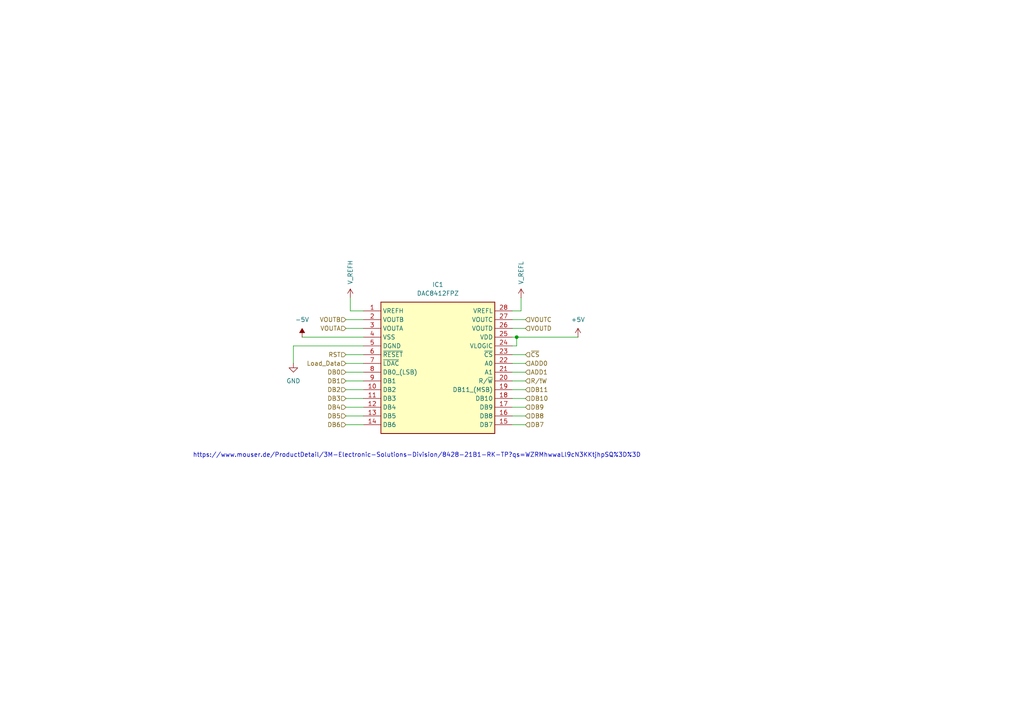
<source format=kicad_sch>
(kicad_sch (version 20231120) (generator "eeschema") (generator_version "8.0")
  (paper "A4")
  (lib_symbols
    (symbol "DAC:DAC8412FPZ"
      (property "Reference" "IC" (at 39.37 7.62 0))
      (property "Value" "DAC8412FPZ" (at 39.37 5.08 0))
      (symbol "DAC8412FPZ_1_1"
        (rectangle (start 5.08 2.54) (end 38.1 -35.56) (stroke (width 0.254)) (fill (type background)))
        (pin passive line (at 0 0 0) (length 5.08) (name "VREFH") (number "1"))
        (pin passive line (at 0 -22.86 0) (length 5.08) (name "DB2") (number "10"))
        (pin passive line (at 0 -25.4 0) (length 5.08) (name "DB3") (number "11"))
        (pin passive line (at 0 -27.94 0) (length 5.08) (name "DB4") (number "12"))
        (pin passive line (at 0 -30.48 0) (length 5.08) (name "DB5") (number "13"))
        (pin passive line (at 0 -33.02 0) (length 5.08) (name "DB6") (number "14"))
        (pin passive line (at 43.18 -33.02 180) (length 5.08) (name "DB7") (number "15"))
        (pin passive line (at 43.18 -30.48 180) (length 5.08) (name "DB8") (number "16"))
        (pin passive line (at 43.18 -27.94 180) (length 5.08) (name "DB9") (number "17"))
        (pin passive line (at 43.18 -25.4 180) (length 5.08) (name "DB10") (number "18"))
        (pin passive line (at 43.18 -22.86 180) (length 5.08) (name "DB11_(MSB)") (number "19"))
        (pin passive line (at 0 -2.54 0) (length 5.08) (name "VOUTB") (number "2"))
        (pin passive line (at 43.18 -20.32 180) (length 5.08) (name "R/~{W}") (number "20"))
        (pin passive line (at 43.18 -17.78 180) (length 5.08) (name "A1") (number "21"))
        (pin passive line (at 43.18 -15.24 180) (length 5.08) (name "A0") (number "22"))
        (pin passive line (at 43.18 -12.7 180) (length 5.08) (name "~{CS}") (number "23"))
        (pin passive line (at 43.18 -10.16 180) (length 5.08) (name "VLOGIC") (number "24"))
        (pin passive line (at 43.18 -7.62 180) (length 5.08) (name "VDD") (number "25"))
        (pin passive line (at 43.18 -5.08 180) (length 5.08) (name "VOUTD") (number "26"))
        (pin passive line (at 43.18 -2.54 180) (length 5.08) (name "VOUTC") (number "27"))
        (pin passive line (at 43.18 0 180) (length 5.08) (name "VREFL") (number "28"))
        (pin passive line (at 0 -5.08 0) (length 5.08) (name "VOUTA") (number "3"))
        (pin passive line (at 0 -7.62 0) (length 5.08) (name "VSS") (number "4"))
        (pin passive line (at 0 -10.16 0) (length 5.08) (name "DGND") (number "5"))
        (pin passive line (at 0 -12.7 0) (length 5.08) (name "~{RESET}") (number "6"))
        (pin passive line (at 0 -15.24 0) (length 5.08) (name "~{LDAC}") (number "7"))
        (pin passive line (at 0 -17.78 0) (length 5.08) (name "DB0_(LSB)") (number "8"))
        (pin passive line (at 0 -20.32 0) (length 5.08) (name "DB1") (number "9"))
      )
    )
    (symbol "power:+36V" (power) (pin_numbers hide) (pin_names (offset 0) hide)
      (property "Value" "+36V" (at 0 3.556 0))
      (symbol "+36V_0_1"
        (polyline (pts (xy -0.762 1.27) (xy 0 2.54)))
        (polyline (pts (xy 0 0) (xy 0 2.54)))
        (polyline (pts (xy 0 2.54) (xy 0.762 1.27)))
      )
      (symbol "+36V_1_1"
        (pin power_in line (at 0 0 90) (length 0) (name "~") (number "1"))
      )
    )
    (symbol "power:+5V" (power) (pin_numbers hide) (pin_names (offset 0) hide)
      (property "Value" "+5V" (at 0 3.556 0))
      (symbol "+5V_0_1"
        (polyline (pts (xy -0.762 1.27) (xy 0 2.54)))
        (polyline (pts (xy 0 0) (xy 0 2.54)))
        (polyline (pts (xy 0 2.54) (xy 0.762 1.27)))
      )
      (symbol "+5V_1_1"
        (pin power_in line (at 0 0 90) (length 0) (name "~") (number "1"))
      )
    )
    (symbol "power:-5V" (power) (pin_numbers hide) (pin_names (offset 0) hide)
      (property "Value" "-5V" (at 0 3.556 0))
      (symbol "-5V_0_0"
        (pin power_in line (at 0 0 90) (length 0) (name "~") (number "1"))
      )
      (symbol "-5V_0_1"
        (polyline (pts (xy 0 0) (xy 0 1.27) (xy 0.762 1.27) (xy 0 2.54) (xy -0.762 1.27) (xy 0 1.27)) (fill (type outline)))
      )
    )
    (symbol "power:GND" (power) (pin_numbers hide) (pin_names (offset 0) hide)
      (property "Value" "GND" (at 0 -3.81 0))
      (symbol "GND_0_1"
        (polyline (pts (xy 0 0) (xy 0 -1.27) (xy 1.27 -1.27) (xy 0 -2.54) (xy -1.27 -1.27) (xy 0 -1.27)))
      )
      (symbol "GND_1_1"
        (pin power_in line (at 0 0 270) (length 0) (name "~") (number "1"))
      )
    )
  )
  (junction (at 149.86 97.79))
  (wire (pts (xy 101.6 90.17) (xy 105.41 90.17)))
  (wire (pts (xy 152.4 113.03) (xy 148.59 113.03)))
  (wire (pts (xy 85.09 100.33) (xy 85.09 105.41)))
  (wire (pts (xy 148.59 95.25) (xy 152.4 95.25)))
  (wire (pts (xy 152.4 115.57) (xy 148.59 115.57)))
  (wire (pts (xy 149.86 97.79) (xy 149.86 100.33)))
  (wire (pts (xy 152.4 118.11) (xy 148.59 118.11)))
  (wire (pts (xy 148.59 92.71) (xy 152.4 92.71)))
  (wire (pts (xy 100.33 110.49) (xy 105.41 110.49)))
  (wire (pts (xy 105.41 100.33) (xy 85.09 100.33)))
  (wire (pts (xy 151.13 90.17) (xy 148.59 90.17)))
  (wire (pts (xy 105.41 97.79) (xy 87.63 97.79)))
  (wire (pts (xy 148.59 107.95) (xy 152.4 107.95)))
  (wire (pts (xy 100.33 107.95) (xy 105.41 107.95)))
  (wire (pts (xy 148.59 105.41) (xy 152.4 105.41)))
  (wire (pts (xy 148.59 97.79) (xy 149.86 97.79)))
  (wire (pts (xy 100.33 123.19) (xy 105.41 123.19)))
  (wire (pts (xy 151.13 86.36) (xy 151.13 90.17)))
  (wire (pts (xy 148.59 110.49) (xy 152.4 110.49)))
  (wire (pts (xy 100.33 115.57) (xy 105.41 115.57)))
  (wire (pts (xy 152.4 120.65) (xy 148.59 120.65)))
  (wire (pts (xy 148.59 102.87) (xy 152.4 102.87)))
  (wire (pts (xy 100.33 118.11) (xy 105.41 118.11)))
  (wire (pts (xy 101.6 86.36) (xy 101.6 90.17)))
  (wire (pts (xy 100.33 105.41) (xy 105.41 105.41)))
  (wire (pts (xy 100.33 95.25) (xy 105.41 95.25)))
  (wire (pts (xy 100.33 113.03) (xy 105.41 113.03)))
  (wire (pts (xy 149.86 100.33) (xy 148.59 100.33)))
  (wire (pts (xy 152.4 123.19) (xy 148.59 123.19)))
  (wire (pts (xy 100.33 120.65) (xy 105.41 120.65)))
  (wire (pts (xy 100.33 102.87) (xy 105.41 102.87)))
  (wire (pts (xy 100.33 92.71) (xy 105.41 92.71)))
  (wire (pts (xy 149.86 97.79) (xy 167.64 97.79)))
  (text "https://www.mouser.de/ProductDetail/3M-Electronic-Solutions-Division/8428-21B1-RK-TP?qs=WZRMhwwaLl9cN3KKtjhpSQ%3D%3D" (at 120.904 132.08 0) (effects (font (size 1.27 1.27))))
  (hierarchical_label "DB3" (shape input) (at 100.33 115.57 180))
  (hierarchical_label "DB5" (shape input) (at 100.33 120.65 180))
  (hierarchical_label "DB9" (shape input) (at 152.4 118.11 0))
  (hierarchical_label "DB8" (shape input) (at 152.4 120.65 0))
  (hierarchical_label "DB2" (shape input) (at 100.33 113.03 180))
  (hierarchical_label "DB6" (shape input) (at 100.33 123.19 180))
  (hierarchical_label "R{slash}!W" (shape input) (at 152.4 110.49 0))
  (hierarchical_label "DB7" (shape input) (at 152.4 123.19 0))
  (hierarchical_label "DB0" (shape input) (at 100.33 107.95 180))
  (hierarchical_label "DB10" (shape input) (at 152.4 115.57 0))
  (hierarchical_label "Load_Data" (shape input) (at 100.33 105.41 180))
  (hierarchical_label "VOUTB" (shape input) (at 100.33 92.71 180))
  (hierarchical_label "~{CS}" (shape input) (at 152.4 102.87 0))
  (hierarchical_label "ADD0" (shape input) (at 152.4 105.41 0))
  (hierarchical_label "DB4" (shape input) (at 100.33 118.11 180))
  (hierarchical_label "VOUTD" (shape input) (at 152.4 95.25 0))
  (hierarchical_label "DB1" (shape input) (at 100.33 110.49 180))
  (hierarchical_label "VOUTA" (shape input) (at 100.33 95.25 180))
  (hierarchical_label "VOUTC" (shape input) (at 152.4 92.71 0))
  (hierarchical_label "ADD1" (shape input) (at 152.4 107.95 0))
  (hierarchical_label "DB11" (shape input) (at 152.4 113.03 0))
  (hierarchical_label "RST" (shape input) (at 100.33 102.87 180))
  (symbol (lib_id "power:-5V") (at 87.63 97.79 0) (unit 1)
    (property "Reference" "#PWR028" (effects (hide yes)))
    (property "Value" "-5V" (at 87.63 92.71 0))
    (property "Description" "Power symbol creates a global label with name \"-5V\"" (effects (hide yes)))
  )
  (symbol (lib_id "power:+36V") (at 101.6 86.36 0) (mirror y) (unit 1)
    (property "Reference" "#PWR055" (effects (hide yes)))
    (property "Value" "V_REFH" (at 101.5999 82.55 90) (effects (justify left)))
    (property "Description" "Power symbol creates a global label with name \"+36V\"" (effects (hide yes)))
  )
  (symbol (lib_id "power:GND") (at 85.09 105.41 0) (unit 1)
    (property "Reference" "#PWR027" (effects (hide yes)))
    (property "Value" "GND" (at 85.09 110.49 0))
    (property "Description" "Power symbol creates a global label with name \"GND\" , ground" (effects (hide yes)))
  )
  (symbol (lib_id "power:+5V") (at 167.64 97.79 0) (unit 1)
    (property "Reference" "#PWR029" (effects (hide yes)))
    (property "Value" "+5V" (at 167.64 92.71 0))
    (property "Description" "Power symbol creates a global label with name \"+5V\"" (effects (hide yes)))
  )
  (symbol (lib_id "DAC:DAC8412FPZ") (at 105.41 90.17 0) (unit 1)
    (property "Reference" "IC1" (at 127 82.55 0))
    (property "Value" "DAC8412FPZ" (at 127 85.09 0))
    (property "Footprint" "DAC:842821B1RKTP" (effects (hide yes)))
    (property "Datasheet" "http://www.analog.com/media/en/technical-documentation/data-sheets/DAC8412_8413.pdf" (effects (hide yes)))
    (property "Description" "DAC8412FPZ, 12 bit-Bit DAC Quad 167ksps, Parallel, 28-Pin PDIP W" (effects (hide yes)))
    (property "Height" "6.35" (effects (hide yes)))
    (property "Mouser Part Number" "584-DAC8412FPZ" (effects (hide yes)))
    (property "Mouser Price/Stock" "https://www.mouser.co.uk/ProductDetail/Analog-Devices/DAC8412FPZ?qs=WIvQP4zGangmbofVDXGj3A%3D%3D" (effects (hide yes)))
    (property "Manufacturer_Name" "Analog Devices" (effects (hide yes)))
    (property "Manufacturer_Part_Number" "DAC8412FPZ" (effects (hide yes)))
  )
  (symbol (lib_id "power:+36V") (at 151.13 86.36 0) (mirror y) (unit 1)
    (property "Reference" "#PWR056" (effects (hide yes)))
    (property "Value" "V_REFL" (at 151.1299 82.55 90) (effects (justify left)))
    (property "Description" "Power symbol creates a global label with name \"+36V\"" (effects (hide yes)))
  )
)
</source>
